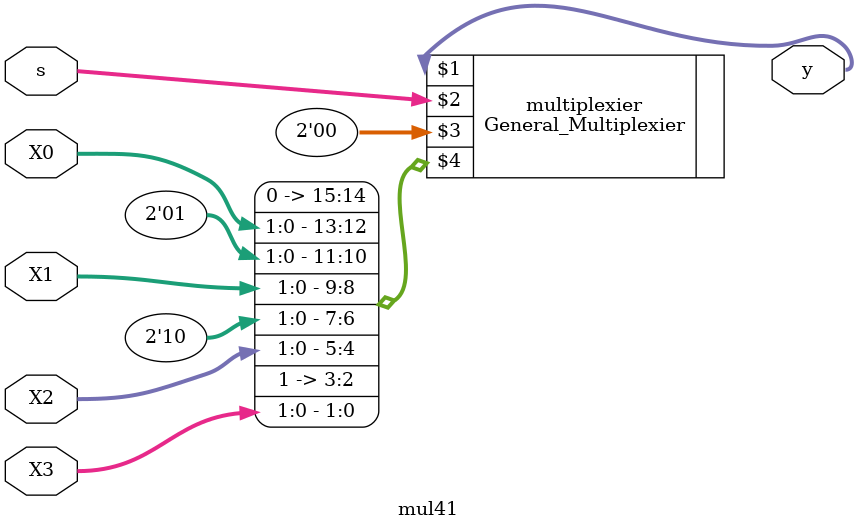
<source format=v>
module mul41(
    input [1:0] X0,
    input [1:0] X1,
    input [1:0] X2,
    input [1:0] X3,
    input [1:0] s,
    output [1:0] y);
    
    General_Multiplexier  #(4, 2, 2, 1) multiplexier (y, s, 2'b00, {
        2'b00, X0,
        2'b01, X1,
        2'b10, X2,
        2'b11, X3}
    );
    
endmodule

</source>
